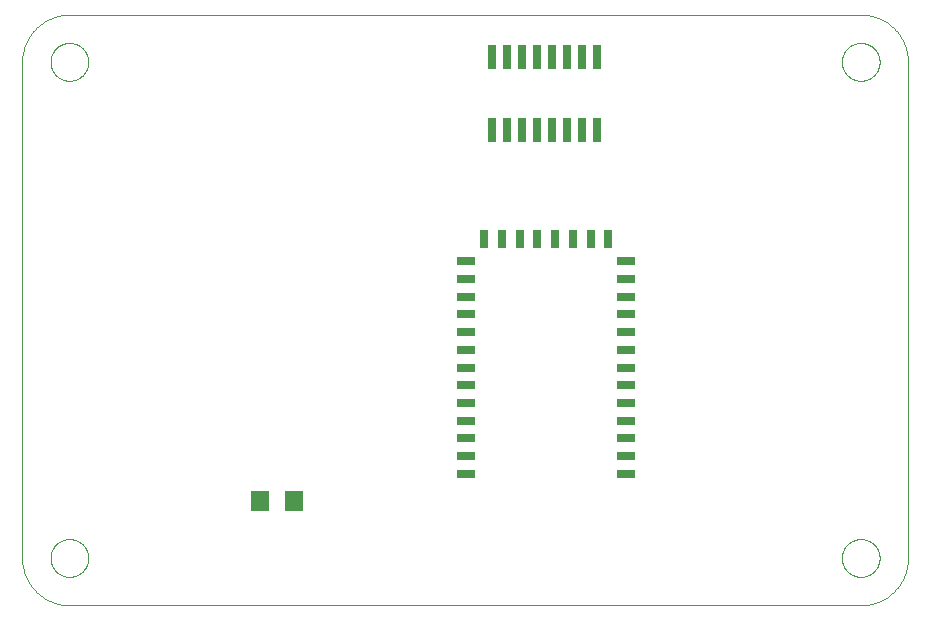
<source format=gbp>
G75*
%MOIN*%
%OFA0B0*%
%FSLAX25Y25*%
%IPPOS*%
%LPD*%
%AMOC8*
5,1,8,0,0,1.08239X$1,22.5*
%
%ADD10R,0.05906X0.02500*%
%ADD11R,0.02500X0.05906*%
%ADD12R,0.02600X0.08000*%
%ADD13C,0.00000*%
%ADD14R,0.06299X0.07098*%
D10*
X0220212Y0094480D03*
X0220212Y0100386D03*
X0220212Y0106291D03*
X0220212Y0112197D03*
X0220212Y0118102D03*
X0220212Y0124008D03*
X0220212Y0129913D03*
X0220212Y0135819D03*
X0220212Y0141724D03*
X0220212Y0147630D03*
X0220212Y0153535D03*
X0220212Y0159441D03*
X0220212Y0165346D03*
X0273362Y0165346D03*
X0273362Y0159441D03*
X0273362Y0153535D03*
X0273362Y0147630D03*
X0273362Y0141724D03*
X0273362Y0135819D03*
X0273362Y0129913D03*
X0273362Y0124008D03*
X0273362Y0118102D03*
X0273362Y0112197D03*
X0273362Y0106291D03*
X0273362Y0100386D03*
X0273362Y0094480D03*
D11*
X0267457Y0172728D03*
X0261551Y0172728D03*
X0255645Y0172728D03*
X0249740Y0172728D03*
X0243834Y0172728D03*
X0237929Y0172728D03*
X0232023Y0172728D03*
X0226118Y0172728D03*
D12*
X0228710Y0209200D03*
X0233710Y0209200D03*
X0238710Y0209200D03*
X0243710Y0209200D03*
X0248710Y0209200D03*
X0253710Y0209200D03*
X0258710Y0209200D03*
X0263710Y0209200D03*
X0263710Y0233400D03*
X0258710Y0233400D03*
X0253710Y0233400D03*
X0248710Y0233400D03*
X0243710Y0233400D03*
X0238710Y0233400D03*
X0233710Y0233400D03*
X0228710Y0233400D03*
D13*
X0351628Y0050700D02*
X0087848Y0050700D01*
X0081549Y0066448D02*
X0081551Y0066606D01*
X0081557Y0066764D01*
X0081567Y0066922D01*
X0081581Y0067080D01*
X0081599Y0067237D01*
X0081620Y0067394D01*
X0081646Y0067550D01*
X0081676Y0067706D01*
X0081709Y0067861D01*
X0081747Y0068014D01*
X0081788Y0068167D01*
X0081833Y0068319D01*
X0081882Y0068470D01*
X0081935Y0068619D01*
X0081991Y0068767D01*
X0082051Y0068913D01*
X0082115Y0069058D01*
X0082183Y0069201D01*
X0082254Y0069343D01*
X0082328Y0069483D01*
X0082406Y0069620D01*
X0082488Y0069756D01*
X0082572Y0069890D01*
X0082661Y0070021D01*
X0082752Y0070150D01*
X0082847Y0070277D01*
X0082944Y0070402D01*
X0083045Y0070524D01*
X0083149Y0070643D01*
X0083256Y0070760D01*
X0083366Y0070874D01*
X0083479Y0070985D01*
X0083594Y0071094D01*
X0083712Y0071199D01*
X0083833Y0071301D01*
X0083956Y0071401D01*
X0084082Y0071497D01*
X0084210Y0071590D01*
X0084340Y0071680D01*
X0084473Y0071766D01*
X0084608Y0071850D01*
X0084744Y0071929D01*
X0084883Y0072006D01*
X0085024Y0072078D01*
X0085166Y0072148D01*
X0085310Y0072213D01*
X0085456Y0072275D01*
X0085603Y0072333D01*
X0085752Y0072388D01*
X0085902Y0072439D01*
X0086053Y0072486D01*
X0086205Y0072529D01*
X0086358Y0072568D01*
X0086513Y0072604D01*
X0086668Y0072635D01*
X0086824Y0072663D01*
X0086980Y0072687D01*
X0087137Y0072707D01*
X0087295Y0072723D01*
X0087452Y0072735D01*
X0087611Y0072743D01*
X0087769Y0072747D01*
X0087927Y0072747D01*
X0088085Y0072743D01*
X0088244Y0072735D01*
X0088401Y0072723D01*
X0088559Y0072707D01*
X0088716Y0072687D01*
X0088872Y0072663D01*
X0089028Y0072635D01*
X0089183Y0072604D01*
X0089338Y0072568D01*
X0089491Y0072529D01*
X0089643Y0072486D01*
X0089794Y0072439D01*
X0089944Y0072388D01*
X0090093Y0072333D01*
X0090240Y0072275D01*
X0090386Y0072213D01*
X0090530Y0072148D01*
X0090672Y0072078D01*
X0090813Y0072006D01*
X0090952Y0071929D01*
X0091088Y0071850D01*
X0091223Y0071766D01*
X0091356Y0071680D01*
X0091486Y0071590D01*
X0091614Y0071497D01*
X0091740Y0071401D01*
X0091863Y0071301D01*
X0091984Y0071199D01*
X0092102Y0071094D01*
X0092217Y0070985D01*
X0092330Y0070874D01*
X0092440Y0070760D01*
X0092547Y0070643D01*
X0092651Y0070524D01*
X0092752Y0070402D01*
X0092849Y0070277D01*
X0092944Y0070150D01*
X0093035Y0070021D01*
X0093124Y0069890D01*
X0093208Y0069756D01*
X0093290Y0069620D01*
X0093368Y0069483D01*
X0093442Y0069343D01*
X0093513Y0069201D01*
X0093581Y0069058D01*
X0093645Y0068913D01*
X0093705Y0068767D01*
X0093761Y0068619D01*
X0093814Y0068470D01*
X0093863Y0068319D01*
X0093908Y0068167D01*
X0093949Y0068014D01*
X0093987Y0067861D01*
X0094020Y0067706D01*
X0094050Y0067550D01*
X0094076Y0067394D01*
X0094097Y0067237D01*
X0094115Y0067080D01*
X0094129Y0066922D01*
X0094139Y0066764D01*
X0094145Y0066606D01*
X0094147Y0066448D01*
X0094145Y0066290D01*
X0094139Y0066132D01*
X0094129Y0065974D01*
X0094115Y0065816D01*
X0094097Y0065659D01*
X0094076Y0065502D01*
X0094050Y0065346D01*
X0094020Y0065190D01*
X0093987Y0065035D01*
X0093949Y0064882D01*
X0093908Y0064729D01*
X0093863Y0064577D01*
X0093814Y0064426D01*
X0093761Y0064277D01*
X0093705Y0064129D01*
X0093645Y0063983D01*
X0093581Y0063838D01*
X0093513Y0063695D01*
X0093442Y0063553D01*
X0093368Y0063413D01*
X0093290Y0063276D01*
X0093208Y0063140D01*
X0093124Y0063006D01*
X0093035Y0062875D01*
X0092944Y0062746D01*
X0092849Y0062619D01*
X0092752Y0062494D01*
X0092651Y0062372D01*
X0092547Y0062253D01*
X0092440Y0062136D01*
X0092330Y0062022D01*
X0092217Y0061911D01*
X0092102Y0061802D01*
X0091984Y0061697D01*
X0091863Y0061595D01*
X0091740Y0061495D01*
X0091614Y0061399D01*
X0091486Y0061306D01*
X0091356Y0061216D01*
X0091223Y0061130D01*
X0091088Y0061046D01*
X0090952Y0060967D01*
X0090813Y0060890D01*
X0090672Y0060818D01*
X0090530Y0060748D01*
X0090386Y0060683D01*
X0090240Y0060621D01*
X0090093Y0060563D01*
X0089944Y0060508D01*
X0089794Y0060457D01*
X0089643Y0060410D01*
X0089491Y0060367D01*
X0089338Y0060328D01*
X0089183Y0060292D01*
X0089028Y0060261D01*
X0088872Y0060233D01*
X0088716Y0060209D01*
X0088559Y0060189D01*
X0088401Y0060173D01*
X0088244Y0060161D01*
X0088085Y0060153D01*
X0087927Y0060149D01*
X0087769Y0060149D01*
X0087611Y0060153D01*
X0087452Y0060161D01*
X0087295Y0060173D01*
X0087137Y0060189D01*
X0086980Y0060209D01*
X0086824Y0060233D01*
X0086668Y0060261D01*
X0086513Y0060292D01*
X0086358Y0060328D01*
X0086205Y0060367D01*
X0086053Y0060410D01*
X0085902Y0060457D01*
X0085752Y0060508D01*
X0085603Y0060563D01*
X0085456Y0060621D01*
X0085310Y0060683D01*
X0085166Y0060748D01*
X0085024Y0060818D01*
X0084883Y0060890D01*
X0084744Y0060967D01*
X0084608Y0061046D01*
X0084473Y0061130D01*
X0084340Y0061216D01*
X0084210Y0061306D01*
X0084082Y0061399D01*
X0083956Y0061495D01*
X0083833Y0061595D01*
X0083712Y0061697D01*
X0083594Y0061802D01*
X0083479Y0061911D01*
X0083366Y0062022D01*
X0083256Y0062136D01*
X0083149Y0062253D01*
X0083045Y0062372D01*
X0082944Y0062494D01*
X0082847Y0062619D01*
X0082752Y0062746D01*
X0082661Y0062875D01*
X0082572Y0063006D01*
X0082488Y0063140D01*
X0082406Y0063276D01*
X0082328Y0063413D01*
X0082254Y0063553D01*
X0082183Y0063695D01*
X0082115Y0063838D01*
X0082051Y0063983D01*
X0081991Y0064129D01*
X0081935Y0064277D01*
X0081882Y0064426D01*
X0081833Y0064577D01*
X0081788Y0064729D01*
X0081747Y0064882D01*
X0081709Y0065035D01*
X0081676Y0065190D01*
X0081646Y0065346D01*
X0081620Y0065502D01*
X0081599Y0065659D01*
X0081581Y0065816D01*
X0081567Y0065974D01*
X0081557Y0066132D01*
X0081551Y0066290D01*
X0081549Y0066448D01*
X0072100Y0066448D02*
X0072105Y0066067D01*
X0072118Y0065687D01*
X0072141Y0065307D01*
X0072174Y0064928D01*
X0072215Y0064550D01*
X0072265Y0064173D01*
X0072325Y0063797D01*
X0072393Y0063422D01*
X0072471Y0063050D01*
X0072558Y0062679D01*
X0072653Y0062311D01*
X0072758Y0061945D01*
X0072871Y0061582D01*
X0072993Y0061221D01*
X0073123Y0060864D01*
X0073263Y0060510D01*
X0073410Y0060159D01*
X0073567Y0059812D01*
X0073731Y0059469D01*
X0073904Y0059130D01*
X0074085Y0058795D01*
X0074274Y0058464D01*
X0074471Y0058139D01*
X0074675Y0057818D01*
X0074888Y0057502D01*
X0075108Y0057192D01*
X0075335Y0056886D01*
X0075570Y0056587D01*
X0075812Y0056293D01*
X0076060Y0056005D01*
X0076316Y0055723D01*
X0076579Y0055448D01*
X0076848Y0055179D01*
X0077123Y0054916D01*
X0077405Y0054660D01*
X0077693Y0054412D01*
X0077987Y0054170D01*
X0078286Y0053935D01*
X0078592Y0053708D01*
X0078902Y0053488D01*
X0079218Y0053275D01*
X0079539Y0053071D01*
X0079864Y0052874D01*
X0080195Y0052685D01*
X0080530Y0052504D01*
X0080869Y0052331D01*
X0081212Y0052167D01*
X0081559Y0052010D01*
X0081910Y0051863D01*
X0082264Y0051723D01*
X0082621Y0051593D01*
X0082982Y0051471D01*
X0083345Y0051358D01*
X0083711Y0051253D01*
X0084079Y0051158D01*
X0084450Y0051071D01*
X0084822Y0050993D01*
X0085197Y0050925D01*
X0085573Y0050865D01*
X0085950Y0050815D01*
X0086328Y0050774D01*
X0086707Y0050741D01*
X0087087Y0050718D01*
X0087467Y0050705D01*
X0087848Y0050700D01*
X0072100Y0066448D02*
X0072100Y0231802D01*
X0081549Y0231802D02*
X0081551Y0231960D01*
X0081557Y0232118D01*
X0081567Y0232276D01*
X0081581Y0232434D01*
X0081599Y0232591D01*
X0081620Y0232748D01*
X0081646Y0232904D01*
X0081676Y0233060D01*
X0081709Y0233215D01*
X0081747Y0233368D01*
X0081788Y0233521D01*
X0081833Y0233673D01*
X0081882Y0233824D01*
X0081935Y0233973D01*
X0081991Y0234121D01*
X0082051Y0234267D01*
X0082115Y0234412D01*
X0082183Y0234555D01*
X0082254Y0234697D01*
X0082328Y0234837D01*
X0082406Y0234974D01*
X0082488Y0235110D01*
X0082572Y0235244D01*
X0082661Y0235375D01*
X0082752Y0235504D01*
X0082847Y0235631D01*
X0082944Y0235756D01*
X0083045Y0235878D01*
X0083149Y0235997D01*
X0083256Y0236114D01*
X0083366Y0236228D01*
X0083479Y0236339D01*
X0083594Y0236448D01*
X0083712Y0236553D01*
X0083833Y0236655D01*
X0083956Y0236755D01*
X0084082Y0236851D01*
X0084210Y0236944D01*
X0084340Y0237034D01*
X0084473Y0237120D01*
X0084608Y0237204D01*
X0084744Y0237283D01*
X0084883Y0237360D01*
X0085024Y0237432D01*
X0085166Y0237502D01*
X0085310Y0237567D01*
X0085456Y0237629D01*
X0085603Y0237687D01*
X0085752Y0237742D01*
X0085902Y0237793D01*
X0086053Y0237840D01*
X0086205Y0237883D01*
X0086358Y0237922D01*
X0086513Y0237958D01*
X0086668Y0237989D01*
X0086824Y0238017D01*
X0086980Y0238041D01*
X0087137Y0238061D01*
X0087295Y0238077D01*
X0087452Y0238089D01*
X0087611Y0238097D01*
X0087769Y0238101D01*
X0087927Y0238101D01*
X0088085Y0238097D01*
X0088244Y0238089D01*
X0088401Y0238077D01*
X0088559Y0238061D01*
X0088716Y0238041D01*
X0088872Y0238017D01*
X0089028Y0237989D01*
X0089183Y0237958D01*
X0089338Y0237922D01*
X0089491Y0237883D01*
X0089643Y0237840D01*
X0089794Y0237793D01*
X0089944Y0237742D01*
X0090093Y0237687D01*
X0090240Y0237629D01*
X0090386Y0237567D01*
X0090530Y0237502D01*
X0090672Y0237432D01*
X0090813Y0237360D01*
X0090952Y0237283D01*
X0091088Y0237204D01*
X0091223Y0237120D01*
X0091356Y0237034D01*
X0091486Y0236944D01*
X0091614Y0236851D01*
X0091740Y0236755D01*
X0091863Y0236655D01*
X0091984Y0236553D01*
X0092102Y0236448D01*
X0092217Y0236339D01*
X0092330Y0236228D01*
X0092440Y0236114D01*
X0092547Y0235997D01*
X0092651Y0235878D01*
X0092752Y0235756D01*
X0092849Y0235631D01*
X0092944Y0235504D01*
X0093035Y0235375D01*
X0093124Y0235244D01*
X0093208Y0235110D01*
X0093290Y0234974D01*
X0093368Y0234837D01*
X0093442Y0234697D01*
X0093513Y0234555D01*
X0093581Y0234412D01*
X0093645Y0234267D01*
X0093705Y0234121D01*
X0093761Y0233973D01*
X0093814Y0233824D01*
X0093863Y0233673D01*
X0093908Y0233521D01*
X0093949Y0233368D01*
X0093987Y0233215D01*
X0094020Y0233060D01*
X0094050Y0232904D01*
X0094076Y0232748D01*
X0094097Y0232591D01*
X0094115Y0232434D01*
X0094129Y0232276D01*
X0094139Y0232118D01*
X0094145Y0231960D01*
X0094147Y0231802D01*
X0094145Y0231644D01*
X0094139Y0231486D01*
X0094129Y0231328D01*
X0094115Y0231170D01*
X0094097Y0231013D01*
X0094076Y0230856D01*
X0094050Y0230700D01*
X0094020Y0230544D01*
X0093987Y0230389D01*
X0093949Y0230236D01*
X0093908Y0230083D01*
X0093863Y0229931D01*
X0093814Y0229780D01*
X0093761Y0229631D01*
X0093705Y0229483D01*
X0093645Y0229337D01*
X0093581Y0229192D01*
X0093513Y0229049D01*
X0093442Y0228907D01*
X0093368Y0228767D01*
X0093290Y0228630D01*
X0093208Y0228494D01*
X0093124Y0228360D01*
X0093035Y0228229D01*
X0092944Y0228100D01*
X0092849Y0227973D01*
X0092752Y0227848D01*
X0092651Y0227726D01*
X0092547Y0227607D01*
X0092440Y0227490D01*
X0092330Y0227376D01*
X0092217Y0227265D01*
X0092102Y0227156D01*
X0091984Y0227051D01*
X0091863Y0226949D01*
X0091740Y0226849D01*
X0091614Y0226753D01*
X0091486Y0226660D01*
X0091356Y0226570D01*
X0091223Y0226484D01*
X0091088Y0226400D01*
X0090952Y0226321D01*
X0090813Y0226244D01*
X0090672Y0226172D01*
X0090530Y0226102D01*
X0090386Y0226037D01*
X0090240Y0225975D01*
X0090093Y0225917D01*
X0089944Y0225862D01*
X0089794Y0225811D01*
X0089643Y0225764D01*
X0089491Y0225721D01*
X0089338Y0225682D01*
X0089183Y0225646D01*
X0089028Y0225615D01*
X0088872Y0225587D01*
X0088716Y0225563D01*
X0088559Y0225543D01*
X0088401Y0225527D01*
X0088244Y0225515D01*
X0088085Y0225507D01*
X0087927Y0225503D01*
X0087769Y0225503D01*
X0087611Y0225507D01*
X0087452Y0225515D01*
X0087295Y0225527D01*
X0087137Y0225543D01*
X0086980Y0225563D01*
X0086824Y0225587D01*
X0086668Y0225615D01*
X0086513Y0225646D01*
X0086358Y0225682D01*
X0086205Y0225721D01*
X0086053Y0225764D01*
X0085902Y0225811D01*
X0085752Y0225862D01*
X0085603Y0225917D01*
X0085456Y0225975D01*
X0085310Y0226037D01*
X0085166Y0226102D01*
X0085024Y0226172D01*
X0084883Y0226244D01*
X0084744Y0226321D01*
X0084608Y0226400D01*
X0084473Y0226484D01*
X0084340Y0226570D01*
X0084210Y0226660D01*
X0084082Y0226753D01*
X0083956Y0226849D01*
X0083833Y0226949D01*
X0083712Y0227051D01*
X0083594Y0227156D01*
X0083479Y0227265D01*
X0083366Y0227376D01*
X0083256Y0227490D01*
X0083149Y0227607D01*
X0083045Y0227726D01*
X0082944Y0227848D01*
X0082847Y0227973D01*
X0082752Y0228100D01*
X0082661Y0228229D01*
X0082572Y0228360D01*
X0082488Y0228494D01*
X0082406Y0228630D01*
X0082328Y0228767D01*
X0082254Y0228907D01*
X0082183Y0229049D01*
X0082115Y0229192D01*
X0082051Y0229337D01*
X0081991Y0229483D01*
X0081935Y0229631D01*
X0081882Y0229780D01*
X0081833Y0229931D01*
X0081788Y0230083D01*
X0081747Y0230236D01*
X0081709Y0230389D01*
X0081676Y0230544D01*
X0081646Y0230700D01*
X0081620Y0230856D01*
X0081599Y0231013D01*
X0081581Y0231170D01*
X0081567Y0231328D01*
X0081557Y0231486D01*
X0081551Y0231644D01*
X0081549Y0231802D01*
X0072100Y0231802D02*
X0072105Y0232183D01*
X0072118Y0232563D01*
X0072141Y0232943D01*
X0072174Y0233322D01*
X0072215Y0233700D01*
X0072265Y0234077D01*
X0072325Y0234453D01*
X0072393Y0234828D01*
X0072471Y0235200D01*
X0072558Y0235571D01*
X0072653Y0235939D01*
X0072758Y0236305D01*
X0072871Y0236668D01*
X0072993Y0237029D01*
X0073123Y0237386D01*
X0073263Y0237740D01*
X0073410Y0238091D01*
X0073567Y0238438D01*
X0073731Y0238781D01*
X0073904Y0239120D01*
X0074085Y0239455D01*
X0074274Y0239786D01*
X0074471Y0240111D01*
X0074675Y0240432D01*
X0074888Y0240748D01*
X0075108Y0241058D01*
X0075335Y0241364D01*
X0075570Y0241663D01*
X0075812Y0241957D01*
X0076060Y0242245D01*
X0076316Y0242527D01*
X0076579Y0242802D01*
X0076848Y0243071D01*
X0077123Y0243334D01*
X0077405Y0243590D01*
X0077693Y0243838D01*
X0077987Y0244080D01*
X0078286Y0244315D01*
X0078592Y0244542D01*
X0078902Y0244762D01*
X0079218Y0244975D01*
X0079539Y0245179D01*
X0079864Y0245376D01*
X0080195Y0245565D01*
X0080530Y0245746D01*
X0080869Y0245919D01*
X0081212Y0246083D01*
X0081559Y0246240D01*
X0081910Y0246387D01*
X0082264Y0246527D01*
X0082621Y0246657D01*
X0082982Y0246779D01*
X0083345Y0246892D01*
X0083711Y0246997D01*
X0084079Y0247092D01*
X0084450Y0247179D01*
X0084822Y0247257D01*
X0085197Y0247325D01*
X0085573Y0247385D01*
X0085950Y0247435D01*
X0086328Y0247476D01*
X0086707Y0247509D01*
X0087087Y0247532D01*
X0087467Y0247545D01*
X0087848Y0247550D01*
X0351628Y0247550D01*
X0345329Y0231802D02*
X0345331Y0231960D01*
X0345337Y0232118D01*
X0345347Y0232276D01*
X0345361Y0232434D01*
X0345379Y0232591D01*
X0345400Y0232748D01*
X0345426Y0232904D01*
X0345456Y0233060D01*
X0345489Y0233215D01*
X0345527Y0233368D01*
X0345568Y0233521D01*
X0345613Y0233673D01*
X0345662Y0233824D01*
X0345715Y0233973D01*
X0345771Y0234121D01*
X0345831Y0234267D01*
X0345895Y0234412D01*
X0345963Y0234555D01*
X0346034Y0234697D01*
X0346108Y0234837D01*
X0346186Y0234974D01*
X0346268Y0235110D01*
X0346352Y0235244D01*
X0346441Y0235375D01*
X0346532Y0235504D01*
X0346627Y0235631D01*
X0346724Y0235756D01*
X0346825Y0235878D01*
X0346929Y0235997D01*
X0347036Y0236114D01*
X0347146Y0236228D01*
X0347259Y0236339D01*
X0347374Y0236448D01*
X0347492Y0236553D01*
X0347613Y0236655D01*
X0347736Y0236755D01*
X0347862Y0236851D01*
X0347990Y0236944D01*
X0348120Y0237034D01*
X0348253Y0237120D01*
X0348388Y0237204D01*
X0348524Y0237283D01*
X0348663Y0237360D01*
X0348804Y0237432D01*
X0348946Y0237502D01*
X0349090Y0237567D01*
X0349236Y0237629D01*
X0349383Y0237687D01*
X0349532Y0237742D01*
X0349682Y0237793D01*
X0349833Y0237840D01*
X0349985Y0237883D01*
X0350138Y0237922D01*
X0350293Y0237958D01*
X0350448Y0237989D01*
X0350604Y0238017D01*
X0350760Y0238041D01*
X0350917Y0238061D01*
X0351075Y0238077D01*
X0351232Y0238089D01*
X0351391Y0238097D01*
X0351549Y0238101D01*
X0351707Y0238101D01*
X0351865Y0238097D01*
X0352024Y0238089D01*
X0352181Y0238077D01*
X0352339Y0238061D01*
X0352496Y0238041D01*
X0352652Y0238017D01*
X0352808Y0237989D01*
X0352963Y0237958D01*
X0353118Y0237922D01*
X0353271Y0237883D01*
X0353423Y0237840D01*
X0353574Y0237793D01*
X0353724Y0237742D01*
X0353873Y0237687D01*
X0354020Y0237629D01*
X0354166Y0237567D01*
X0354310Y0237502D01*
X0354452Y0237432D01*
X0354593Y0237360D01*
X0354732Y0237283D01*
X0354868Y0237204D01*
X0355003Y0237120D01*
X0355136Y0237034D01*
X0355266Y0236944D01*
X0355394Y0236851D01*
X0355520Y0236755D01*
X0355643Y0236655D01*
X0355764Y0236553D01*
X0355882Y0236448D01*
X0355997Y0236339D01*
X0356110Y0236228D01*
X0356220Y0236114D01*
X0356327Y0235997D01*
X0356431Y0235878D01*
X0356532Y0235756D01*
X0356629Y0235631D01*
X0356724Y0235504D01*
X0356815Y0235375D01*
X0356904Y0235244D01*
X0356988Y0235110D01*
X0357070Y0234974D01*
X0357148Y0234837D01*
X0357222Y0234697D01*
X0357293Y0234555D01*
X0357361Y0234412D01*
X0357425Y0234267D01*
X0357485Y0234121D01*
X0357541Y0233973D01*
X0357594Y0233824D01*
X0357643Y0233673D01*
X0357688Y0233521D01*
X0357729Y0233368D01*
X0357767Y0233215D01*
X0357800Y0233060D01*
X0357830Y0232904D01*
X0357856Y0232748D01*
X0357877Y0232591D01*
X0357895Y0232434D01*
X0357909Y0232276D01*
X0357919Y0232118D01*
X0357925Y0231960D01*
X0357927Y0231802D01*
X0357925Y0231644D01*
X0357919Y0231486D01*
X0357909Y0231328D01*
X0357895Y0231170D01*
X0357877Y0231013D01*
X0357856Y0230856D01*
X0357830Y0230700D01*
X0357800Y0230544D01*
X0357767Y0230389D01*
X0357729Y0230236D01*
X0357688Y0230083D01*
X0357643Y0229931D01*
X0357594Y0229780D01*
X0357541Y0229631D01*
X0357485Y0229483D01*
X0357425Y0229337D01*
X0357361Y0229192D01*
X0357293Y0229049D01*
X0357222Y0228907D01*
X0357148Y0228767D01*
X0357070Y0228630D01*
X0356988Y0228494D01*
X0356904Y0228360D01*
X0356815Y0228229D01*
X0356724Y0228100D01*
X0356629Y0227973D01*
X0356532Y0227848D01*
X0356431Y0227726D01*
X0356327Y0227607D01*
X0356220Y0227490D01*
X0356110Y0227376D01*
X0355997Y0227265D01*
X0355882Y0227156D01*
X0355764Y0227051D01*
X0355643Y0226949D01*
X0355520Y0226849D01*
X0355394Y0226753D01*
X0355266Y0226660D01*
X0355136Y0226570D01*
X0355003Y0226484D01*
X0354868Y0226400D01*
X0354732Y0226321D01*
X0354593Y0226244D01*
X0354452Y0226172D01*
X0354310Y0226102D01*
X0354166Y0226037D01*
X0354020Y0225975D01*
X0353873Y0225917D01*
X0353724Y0225862D01*
X0353574Y0225811D01*
X0353423Y0225764D01*
X0353271Y0225721D01*
X0353118Y0225682D01*
X0352963Y0225646D01*
X0352808Y0225615D01*
X0352652Y0225587D01*
X0352496Y0225563D01*
X0352339Y0225543D01*
X0352181Y0225527D01*
X0352024Y0225515D01*
X0351865Y0225507D01*
X0351707Y0225503D01*
X0351549Y0225503D01*
X0351391Y0225507D01*
X0351232Y0225515D01*
X0351075Y0225527D01*
X0350917Y0225543D01*
X0350760Y0225563D01*
X0350604Y0225587D01*
X0350448Y0225615D01*
X0350293Y0225646D01*
X0350138Y0225682D01*
X0349985Y0225721D01*
X0349833Y0225764D01*
X0349682Y0225811D01*
X0349532Y0225862D01*
X0349383Y0225917D01*
X0349236Y0225975D01*
X0349090Y0226037D01*
X0348946Y0226102D01*
X0348804Y0226172D01*
X0348663Y0226244D01*
X0348524Y0226321D01*
X0348388Y0226400D01*
X0348253Y0226484D01*
X0348120Y0226570D01*
X0347990Y0226660D01*
X0347862Y0226753D01*
X0347736Y0226849D01*
X0347613Y0226949D01*
X0347492Y0227051D01*
X0347374Y0227156D01*
X0347259Y0227265D01*
X0347146Y0227376D01*
X0347036Y0227490D01*
X0346929Y0227607D01*
X0346825Y0227726D01*
X0346724Y0227848D01*
X0346627Y0227973D01*
X0346532Y0228100D01*
X0346441Y0228229D01*
X0346352Y0228360D01*
X0346268Y0228494D01*
X0346186Y0228630D01*
X0346108Y0228767D01*
X0346034Y0228907D01*
X0345963Y0229049D01*
X0345895Y0229192D01*
X0345831Y0229337D01*
X0345771Y0229483D01*
X0345715Y0229631D01*
X0345662Y0229780D01*
X0345613Y0229931D01*
X0345568Y0230083D01*
X0345527Y0230236D01*
X0345489Y0230389D01*
X0345456Y0230544D01*
X0345426Y0230700D01*
X0345400Y0230856D01*
X0345379Y0231013D01*
X0345361Y0231170D01*
X0345347Y0231328D01*
X0345337Y0231486D01*
X0345331Y0231644D01*
X0345329Y0231802D01*
X0351628Y0247550D02*
X0352009Y0247545D01*
X0352389Y0247532D01*
X0352769Y0247509D01*
X0353148Y0247476D01*
X0353526Y0247435D01*
X0353903Y0247385D01*
X0354279Y0247325D01*
X0354654Y0247257D01*
X0355026Y0247179D01*
X0355397Y0247092D01*
X0355765Y0246997D01*
X0356131Y0246892D01*
X0356494Y0246779D01*
X0356855Y0246657D01*
X0357212Y0246527D01*
X0357566Y0246387D01*
X0357917Y0246240D01*
X0358264Y0246083D01*
X0358607Y0245919D01*
X0358946Y0245746D01*
X0359281Y0245565D01*
X0359612Y0245376D01*
X0359937Y0245179D01*
X0360258Y0244975D01*
X0360574Y0244762D01*
X0360884Y0244542D01*
X0361190Y0244315D01*
X0361489Y0244080D01*
X0361783Y0243838D01*
X0362071Y0243590D01*
X0362353Y0243334D01*
X0362628Y0243071D01*
X0362897Y0242802D01*
X0363160Y0242527D01*
X0363416Y0242245D01*
X0363664Y0241957D01*
X0363906Y0241663D01*
X0364141Y0241364D01*
X0364368Y0241058D01*
X0364588Y0240748D01*
X0364801Y0240432D01*
X0365005Y0240111D01*
X0365202Y0239786D01*
X0365391Y0239455D01*
X0365572Y0239120D01*
X0365745Y0238781D01*
X0365909Y0238438D01*
X0366066Y0238091D01*
X0366213Y0237740D01*
X0366353Y0237386D01*
X0366483Y0237029D01*
X0366605Y0236668D01*
X0366718Y0236305D01*
X0366823Y0235939D01*
X0366918Y0235571D01*
X0367005Y0235200D01*
X0367083Y0234828D01*
X0367151Y0234453D01*
X0367211Y0234077D01*
X0367261Y0233700D01*
X0367302Y0233322D01*
X0367335Y0232943D01*
X0367358Y0232563D01*
X0367371Y0232183D01*
X0367376Y0231802D01*
X0367376Y0066448D01*
X0345329Y0066448D02*
X0345331Y0066606D01*
X0345337Y0066764D01*
X0345347Y0066922D01*
X0345361Y0067080D01*
X0345379Y0067237D01*
X0345400Y0067394D01*
X0345426Y0067550D01*
X0345456Y0067706D01*
X0345489Y0067861D01*
X0345527Y0068014D01*
X0345568Y0068167D01*
X0345613Y0068319D01*
X0345662Y0068470D01*
X0345715Y0068619D01*
X0345771Y0068767D01*
X0345831Y0068913D01*
X0345895Y0069058D01*
X0345963Y0069201D01*
X0346034Y0069343D01*
X0346108Y0069483D01*
X0346186Y0069620D01*
X0346268Y0069756D01*
X0346352Y0069890D01*
X0346441Y0070021D01*
X0346532Y0070150D01*
X0346627Y0070277D01*
X0346724Y0070402D01*
X0346825Y0070524D01*
X0346929Y0070643D01*
X0347036Y0070760D01*
X0347146Y0070874D01*
X0347259Y0070985D01*
X0347374Y0071094D01*
X0347492Y0071199D01*
X0347613Y0071301D01*
X0347736Y0071401D01*
X0347862Y0071497D01*
X0347990Y0071590D01*
X0348120Y0071680D01*
X0348253Y0071766D01*
X0348388Y0071850D01*
X0348524Y0071929D01*
X0348663Y0072006D01*
X0348804Y0072078D01*
X0348946Y0072148D01*
X0349090Y0072213D01*
X0349236Y0072275D01*
X0349383Y0072333D01*
X0349532Y0072388D01*
X0349682Y0072439D01*
X0349833Y0072486D01*
X0349985Y0072529D01*
X0350138Y0072568D01*
X0350293Y0072604D01*
X0350448Y0072635D01*
X0350604Y0072663D01*
X0350760Y0072687D01*
X0350917Y0072707D01*
X0351075Y0072723D01*
X0351232Y0072735D01*
X0351391Y0072743D01*
X0351549Y0072747D01*
X0351707Y0072747D01*
X0351865Y0072743D01*
X0352024Y0072735D01*
X0352181Y0072723D01*
X0352339Y0072707D01*
X0352496Y0072687D01*
X0352652Y0072663D01*
X0352808Y0072635D01*
X0352963Y0072604D01*
X0353118Y0072568D01*
X0353271Y0072529D01*
X0353423Y0072486D01*
X0353574Y0072439D01*
X0353724Y0072388D01*
X0353873Y0072333D01*
X0354020Y0072275D01*
X0354166Y0072213D01*
X0354310Y0072148D01*
X0354452Y0072078D01*
X0354593Y0072006D01*
X0354732Y0071929D01*
X0354868Y0071850D01*
X0355003Y0071766D01*
X0355136Y0071680D01*
X0355266Y0071590D01*
X0355394Y0071497D01*
X0355520Y0071401D01*
X0355643Y0071301D01*
X0355764Y0071199D01*
X0355882Y0071094D01*
X0355997Y0070985D01*
X0356110Y0070874D01*
X0356220Y0070760D01*
X0356327Y0070643D01*
X0356431Y0070524D01*
X0356532Y0070402D01*
X0356629Y0070277D01*
X0356724Y0070150D01*
X0356815Y0070021D01*
X0356904Y0069890D01*
X0356988Y0069756D01*
X0357070Y0069620D01*
X0357148Y0069483D01*
X0357222Y0069343D01*
X0357293Y0069201D01*
X0357361Y0069058D01*
X0357425Y0068913D01*
X0357485Y0068767D01*
X0357541Y0068619D01*
X0357594Y0068470D01*
X0357643Y0068319D01*
X0357688Y0068167D01*
X0357729Y0068014D01*
X0357767Y0067861D01*
X0357800Y0067706D01*
X0357830Y0067550D01*
X0357856Y0067394D01*
X0357877Y0067237D01*
X0357895Y0067080D01*
X0357909Y0066922D01*
X0357919Y0066764D01*
X0357925Y0066606D01*
X0357927Y0066448D01*
X0357925Y0066290D01*
X0357919Y0066132D01*
X0357909Y0065974D01*
X0357895Y0065816D01*
X0357877Y0065659D01*
X0357856Y0065502D01*
X0357830Y0065346D01*
X0357800Y0065190D01*
X0357767Y0065035D01*
X0357729Y0064882D01*
X0357688Y0064729D01*
X0357643Y0064577D01*
X0357594Y0064426D01*
X0357541Y0064277D01*
X0357485Y0064129D01*
X0357425Y0063983D01*
X0357361Y0063838D01*
X0357293Y0063695D01*
X0357222Y0063553D01*
X0357148Y0063413D01*
X0357070Y0063276D01*
X0356988Y0063140D01*
X0356904Y0063006D01*
X0356815Y0062875D01*
X0356724Y0062746D01*
X0356629Y0062619D01*
X0356532Y0062494D01*
X0356431Y0062372D01*
X0356327Y0062253D01*
X0356220Y0062136D01*
X0356110Y0062022D01*
X0355997Y0061911D01*
X0355882Y0061802D01*
X0355764Y0061697D01*
X0355643Y0061595D01*
X0355520Y0061495D01*
X0355394Y0061399D01*
X0355266Y0061306D01*
X0355136Y0061216D01*
X0355003Y0061130D01*
X0354868Y0061046D01*
X0354732Y0060967D01*
X0354593Y0060890D01*
X0354452Y0060818D01*
X0354310Y0060748D01*
X0354166Y0060683D01*
X0354020Y0060621D01*
X0353873Y0060563D01*
X0353724Y0060508D01*
X0353574Y0060457D01*
X0353423Y0060410D01*
X0353271Y0060367D01*
X0353118Y0060328D01*
X0352963Y0060292D01*
X0352808Y0060261D01*
X0352652Y0060233D01*
X0352496Y0060209D01*
X0352339Y0060189D01*
X0352181Y0060173D01*
X0352024Y0060161D01*
X0351865Y0060153D01*
X0351707Y0060149D01*
X0351549Y0060149D01*
X0351391Y0060153D01*
X0351232Y0060161D01*
X0351075Y0060173D01*
X0350917Y0060189D01*
X0350760Y0060209D01*
X0350604Y0060233D01*
X0350448Y0060261D01*
X0350293Y0060292D01*
X0350138Y0060328D01*
X0349985Y0060367D01*
X0349833Y0060410D01*
X0349682Y0060457D01*
X0349532Y0060508D01*
X0349383Y0060563D01*
X0349236Y0060621D01*
X0349090Y0060683D01*
X0348946Y0060748D01*
X0348804Y0060818D01*
X0348663Y0060890D01*
X0348524Y0060967D01*
X0348388Y0061046D01*
X0348253Y0061130D01*
X0348120Y0061216D01*
X0347990Y0061306D01*
X0347862Y0061399D01*
X0347736Y0061495D01*
X0347613Y0061595D01*
X0347492Y0061697D01*
X0347374Y0061802D01*
X0347259Y0061911D01*
X0347146Y0062022D01*
X0347036Y0062136D01*
X0346929Y0062253D01*
X0346825Y0062372D01*
X0346724Y0062494D01*
X0346627Y0062619D01*
X0346532Y0062746D01*
X0346441Y0062875D01*
X0346352Y0063006D01*
X0346268Y0063140D01*
X0346186Y0063276D01*
X0346108Y0063413D01*
X0346034Y0063553D01*
X0345963Y0063695D01*
X0345895Y0063838D01*
X0345831Y0063983D01*
X0345771Y0064129D01*
X0345715Y0064277D01*
X0345662Y0064426D01*
X0345613Y0064577D01*
X0345568Y0064729D01*
X0345527Y0064882D01*
X0345489Y0065035D01*
X0345456Y0065190D01*
X0345426Y0065346D01*
X0345400Y0065502D01*
X0345379Y0065659D01*
X0345361Y0065816D01*
X0345347Y0065974D01*
X0345337Y0066132D01*
X0345331Y0066290D01*
X0345329Y0066448D01*
X0351628Y0050700D02*
X0352009Y0050705D01*
X0352389Y0050718D01*
X0352769Y0050741D01*
X0353148Y0050774D01*
X0353526Y0050815D01*
X0353903Y0050865D01*
X0354279Y0050925D01*
X0354654Y0050993D01*
X0355026Y0051071D01*
X0355397Y0051158D01*
X0355765Y0051253D01*
X0356131Y0051358D01*
X0356494Y0051471D01*
X0356855Y0051593D01*
X0357212Y0051723D01*
X0357566Y0051863D01*
X0357917Y0052010D01*
X0358264Y0052167D01*
X0358607Y0052331D01*
X0358946Y0052504D01*
X0359281Y0052685D01*
X0359612Y0052874D01*
X0359937Y0053071D01*
X0360258Y0053275D01*
X0360574Y0053488D01*
X0360884Y0053708D01*
X0361190Y0053935D01*
X0361489Y0054170D01*
X0361783Y0054412D01*
X0362071Y0054660D01*
X0362353Y0054916D01*
X0362628Y0055179D01*
X0362897Y0055448D01*
X0363160Y0055723D01*
X0363416Y0056005D01*
X0363664Y0056293D01*
X0363906Y0056587D01*
X0364141Y0056886D01*
X0364368Y0057192D01*
X0364588Y0057502D01*
X0364801Y0057818D01*
X0365005Y0058139D01*
X0365202Y0058464D01*
X0365391Y0058795D01*
X0365572Y0059130D01*
X0365745Y0059469D01*
X0365909Y0059812D01*
X0366066Y0060159D01*
X0366213Y0060510D01*
X0366353Y0060864D01*
X0366483Y0061221D01*
X0366605Y0061582D01*
X0366718Y0061945D01*
X0366823Y0062311D01*
X0366918Y0062679D01*
X0367005Y0063050D01*
X0367083Y0063422D01*
X0367151Y0063797D01*
X0367211Y0064173D01*
X0367261Y0064550D01*
X0367302Y0064928D01*
X0367335Y0065307D01*
X0367358Y0065687D01*
X0367371Y0066067D01*
X0367376Y0066448D01*
D14*
X0162598Y0085300D03*
X0151402Y0085300D03*
M02*

</source>
